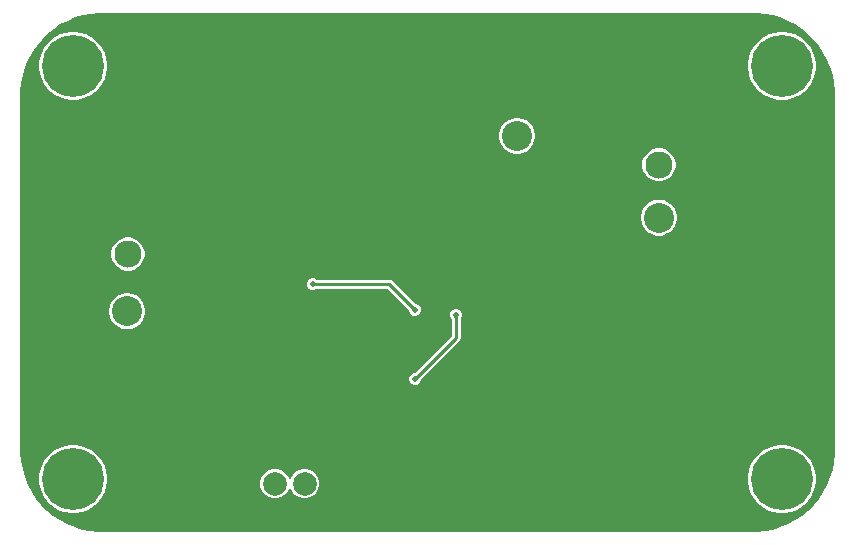
<source format=gbl>
G04*
G04 #@! TF.GenerationSoftware,Altium Limited,Altium Designer,23.5.1 (21)*
G04*
G04 Layer_Physical_Order=4*
G04 Layer_Color=16711680*
%FSLAX25Y25*%
%MOIN*%
G70*
G04*
G04 #@! TF.SameCoordinates,615E306F-8B44-468D-B2DF-EE0A1C7CF722*
G04*
G04*
G04 #@! TF.FilePolarity,Positive*
G04*
G01*
G75*
%ADD13C,0.01000*%
%ADD43C,0.10000*%
%ADD44C,0.09055*%
%ADD45C,0.07874*%
%ADD47C,0.02000*%
%ADD48C,0.05000*%
%ADD56C,0.20669*%
G36*
X247413Y-2039D02*
X250101Y-2304D01*
X252750Y-2831D01*
X255335Y-3615D01*
X257830Y-4648D01*
X260212Y-5922D01*
X262457Y-7422D01*
X264545Y-9136D01*
X266455Y-11045D01*
X268168Y-13133D01*
X269669Y-15379D01*
X270942Y-17761D01*
X271976Y-20256D01*
X272760Y-22840D01*
X273287Y-25489D01*
X273551Y-28177D01*
X273551Y-29528D01*
X273551Y-147638D01*
X273551Y-148988D01*
X273287Y-151676D01*
X272760Y-154325D01*
X271976Y-156910D01*
X270942Y-159405D01*
X269669Y-161787D01*
X268168Y-164032D01*
X266455Y-166120D01*
X264545Y-168030D01*
X262457Y-169743D01*
X260212Y-171244D01*
X257830Y-172517D01*
X255334Y-173550D01*
X252750Y-174334D01*
X250101Y-174861D01*
X247413Y-175126D01*
X246063Y-175126D01*
X29406D01*
X28062Y-175120D01*
X25377Y-174845D01*
X22733Y-174307D01*
X20154Y-173514D01*
X17665Y-172471D01*
X15290Y-171190D01*
X13052Y-169683D01*
X10972Y-167964D01*
X9071Y-166049D01*
X7366Y-163957D01*
X5875Y-161708D01*
X4610Y-159324D01*
X3586Y-156828D01*
X2811Y-154243D01*
X2292Y-151595D01*
X2035Y-148909D01*
X2039Y-147560D01*
X2039Y-147557D01*
X2039Y-147554D01*
X2039Y-29528D01*
X2039Y-28177D01*
X2304Y-25489D01*
X2831Y-22840D01*
X3615Y-20256D01*
X4648Y-17761D01*
X5922Y-15379D01*
X7422Y-13133D01*
X9135Y-11045D01*
X11045Y-9135D01*
X13133Y-7422D01*
X15379Y-5922D01*
X17761Y-4648D01*
X20256Y-3615D01*
X22840Y-2831D01*
X25489Y-2304D01*
X28177Y-2039D01*
X29528D01*
X246063Y-2039D01*
X247413Y-2039D01*
D02*
G37*
%LPC*%
G36*
X256798Y-8350D02*
X255013D01*
X253251Y-8630D01*
X251554Y-9181D01*
X249965Y-9991D01*
X248521Y-11039D01*
X247260Y-12301D01*
X246211Y-13744D01*
X245401Y-15334D01*
X244850Y-17031D01*
X244571Y-18793D01*
Y-20577D01*
X244850Y-22339D01*
X245401Y-24036D01*
X246211Y-25626D01*
X247260Y-27069D01*
X248521Y-28331D01*
X249965Y-29379D01*
X251554Y-30189D01*
X253251Y-30741D01*
X255013Y-31020D01*
X256798D01*
X258560Y-30741D01*
X260257Y-30189D01*
X261846Y-29379D01*
X263289Y-28331D01*
X264551Y-27069D01*
X265600Y-25626D01*
X266410Y-24036D01*
X266961Y-22339D01*
X267240Y-20577D01*
Y-18793D01*
X266961Y-17031D01*
X266410Y-15334D01*
X265600Y-13744D01*
X264551Y-12301D01*
X263289Y-11039D01*
X261846Y-9991D01*
X260257Y-9181D01*
X258560Y-8630D01*
X256798Y-8350D01*
D02*
G37*
G36*
X20577D02*
X18793D01*
X17031Y-8630D01*
X15334Y-9181D01*
X13744Y-9991D01*
X12301Y-11039D01*
X11039Y-12301D01*
X9991Y-13744D01*
X9181Y-15334D01*
X8630Y-17031D01*
X8350Y-18793D01*
Y-20577D01*
X8630Y-22339D01*
X9181Y-24036D01*
X9991Y-25626D01*
X11039Y-27069D01*
X12301Y-28331D01*
X13744Y-29379D01*
X15334Y-30189D01*
X17031Y-30741D01*
X18793Y-31020D01*
X20577D01*
X22339Y-30741D01*
X24036Y-30189D01*
X25626Y-29379D01*
X27069Y-28331D01*
X28331Y-27069D01*
X29379Y-25626D01*
X30189Y-24036D01*
X30741Y-22339D01*
X31020Y-20577D01*
Y-18793D01*
X30741Y-17031D01*
X30189Y-15334D01*
X29379Y-13744D01*
X28331Y-12301D01*
X27069Y-11039D01*
X25626Y-9991D01*
X24036Y-9181D01*
X22339Y-8630D01*
X20577Y-8350D01*
D02*
G37*
G36*
X168191Y-37100D02*
X167009D01*
X165850Y-37331D01*
X164758Y-37783D01*
X163775Y-38440D01*
X162940Y-39275D01*
X162283Y-40258D01*
X161831Y-41350D01*
X161600Y-42509D01*
Y-43691D01*
X161831Y-44850D01*
X162283Y-45942D01*
X162940Y-46925D01*
X163775Y-47760D01*
X164758Y-48417D01*
X165850Y-48869D01*
X167009Y-49100D01*
X168191D01*
X169350Y-48869D01*
X170442Y-48417D01*
X171425Y-47760D01*
X172260Y-46925D01*
X172917Y-45942D01*
X173369Y-44850D01*
X173600Y-43691D01*
Y-42509D01*
X173369Y-41350D01*
X172917Y-40258D01*
X172260Y-39275D01*
X171425Y-38440D01*
X170442Y-37783D01*
X169350Y-37331D01*
X168191Y-37100D01*
D02*
G37*
G36*
X215618Y-47215D02*
X214163D01*
X212757Y-47592D01*
X211496Y-48319D01*
X210467Y-49349D01*
X209740Y-50609D01*
X209363Y-52015D01*
Y-53470D01*
X209740Y-54876D01*
X210467Y-56137D01*
X211496Y-57166D01*
X212757Y-57893D01*
X214163Y-58270D01*
X215618D01*
X217024Y-57893D01*
X218285Y-57166D01*
X219314Y-56137D01*
X220041Y-54876D01*
X220418Y-53470D01*
Y-52015D01*
X220041Y-50609D01*
X219314Y-49349D01*
X218285Y-48319D01*
X217024Y-47592D01*
X215618Y-47215D01*
D02*
G37*
G36*
X215491Y-64300D02*
X214309D01*
X213150Y-64531D01*
X212058Y-64983D01*
X211075Y-65640D01*
X210240Y-66475D01*
X209583Y-67458D01*
X209131Y-68550D01*
X208900Y-69709D01*
Y-70891D01*
X209131Y-72050D01*
X209583Y-73142D01*
X210240Y-74125D01*
X211075Y-74961D01*
X212058Y-75617D01*
X213150Y-76069D01*
X214309Y-76300D01*
X215491D01*
X216650Y-76069D01*
X217742Y-75617D01*
X218725Y-74961D01*
X219561Y-74125D01*
X220217Y-73142D01*
X220669Y-72050D01*
X220900Y-70891D01*
Y-69709D01*
X220669Y-68550D01*
X220217Y-67458D01*
X219561Y-66475D01*
X218725Y-65640D01*
X217742Y-64983D01*
X216650Y-64531D01*
X215491Y-64300D01*
D02*
G37*
G36*
X38614Y-76955D02*
X37159D01*
X35753Y-77332D01*
X34493Y-78060D01*
X33463Y-79089D01*
X32736Y-80349D01*
X32359Y-81755D01*
Y-83210D01*
X32736Y-84616D01*
X33463Y-85877D01*
X34493Y-86906D01*
X35753Y-87634D01*
X37159Y-88010D01*
X38614D01*
X40020Y-87634D01*
X41281Y-86906D01*
X42310Y-85877D01*
X43038Y-84616D01*
X43414Y-83210D01*
Y-81755D01*
X43038Y-80349D01*
X42310Y-79089D01*
X41281Y-78060D01*
X40020Y-77332D01*
X38614Y-76955D01*
D02*
G37*
G36*
X99898Y-90500D02*
X99102D01*
X98367Y-90804D01*
X97804Y-91367D01*
X97500Y-92102D01*
Y-92898D01*
X97804Y-93633D01*
X98367Y-94195D01*
X99102Y-94500D01*
X99898D01*
X100633Y-94195D01*
X100799Y-94029D01*
X124366D01*
X131500Y-101163D01*
Y-101398D01*
X131805Y-102133D01*
X132367Y-102696D01*
X133102Y-103000D01*
X133898D01*
X134633Y-102696D01*
X135196Y-102133D01*
X135500Y-101398D01*
Y-100602D01*
X135196Y-99867D01*
X134633Y-99304D01*
X133898Y-99000D01*
X133663D01*
X126081Y-91419D01*
X125585Y-91087D01*
X125000Y-90971D01*
X100799D01*
X100633Y-90804D01*
X99898Y-90500D01*
D02*
G37*
G36*
X38191Y-95600D02*
X37009D01*
X35850Y-95831D01*
X34758Y-96283D01*
X33775Y-96939D01*
X32939Y-97775D01*
X32283Y-98758D01*
X31831Y-99850D01*
X31600Y-101009D01*
Y-102191D01*
X31831Y-103350D01*
X32283Y-104442D01*
X32939Y-105425D01*
X33775Y-106261D01*
X34758Y-106917D01*
X35850Y-107369D01*
X37009Y-107600D01*
X38191D01*
X39350Y-107369D01*
X40442Y-106917D01*
X41425Y-106261D01*
X42261Y-105425D01*
X42917Y-104442D01*
X43369Y-103350D01*
X43600Y-102191D01*
Y-101009D01*
X43369Y-99850D01*
X42917Y-98758D01*
X42261Y-97775D01*
X41425Y-96939D01*
X40442Y-96283D01*
X39350Y-95831D01*
X38191Y-95600D01*
D02*
G37*
G36*
X147698Y-100700D02*
X146902D01*
X146167Y-101005D01*
X145605Y-101567D01*
X145300Y-102302D01*
Y-103098D01*
X145605Y-103833D01*
X145770Y-103998D01*
X145771Y-104006D01*
Y-109866D01*
X133537Y-122100D01*
X133302D01*
X132567Y-122405D01*
X132004Y-122967D01*
X131700Y-123702D01*
Y-124498D01*
X132004Y-125233D01*
X132567Y-125795D01*
X133302Y-126100D01*
X134098D01*
X134833Y-125795D01*
X135396Y-125233D01*
X135700Y-124498D01*
Y-124264D01*
X135705Y-124258D01*
X148381Y-111581D01*
X148713Y-111085D01*
X148829Y-110500D01*
Y-103999D01*
X148995Y-103833D01*
X149300Y-103098D01*
Y-102302D01*
X148995Y-101567D01*
X148433Y-101005D01*
X147698Y-100700D01*
D02*
G37*
G36*
X97407Y-154063D02*
X96108D01*
X94852Y-154399D01*
X93726Y-155049D01*
X92807Y-155969D01*
X92157Y-157094D01*
X92086Y-157358D01*
X91586D01*
X91515Y-157094D01*
X90865Y-155969D01*
X89946Y-155049D01*
X88821Y-154399D01*
X87565Y-154063D01*
X86265D01*
X85009Y-154399D01*
X83884Y-155049D01*
X82964Y-155969D01*
X82314Y-157094D01*
X81978Y-158350D01*
Y-159650D01*
X82314Y-160906D01*
X82964Y-162031D01*
X83884Y-162951D01*
X85009Y-163601D01*
X86265Y-163937D01*
X87565D01*
X88821Y-163601D01*
X89946Y-162951D01*
X90865Y-162031D01*
X91515Y-160906D01*
X91586Y-160642D01*
X92086D01*
X92157Y-160906D01*
X92807Y-162031D01*
X93726Y-162951D01*
X94852Y-163601D01*
X96108Y-163937D01*
X97407D01*
X98663Y-163601D01*
X99789Y-162951D01*
X100708Y-162031D01*
X101358Y-160906D01*
X101695Y-159650D01*
Y-158350D01*
X101358Y-157094D01*
X100708Y-155969D01*
X99789Y-155049D01*
X98663Y-154399D01*
X97407Y-154063D01*
D02*
G37*
G36*
X256798Y-146146D02*
X255013D01*
X253251Y-146425D01*
X251554Y-146976D01*
X249965Y-147786D01*
X248521Y-148835D01*
X247260Y-150096D01*
X246211Y-151540D01*
X245401Y-153129D01*
X244850Y-154826D01*
X244571Y-156588D01*
Y-158372D01*
X244850Y-160134D01*
X245401Y-161831D01*
X246211Y-163421D01*
X247260Y-164864D01*
X248521Y-166126D01*
X249965Y-167175D01*
X251554Y-167984D01*
X253251Y-168536D01*
X255013Y-168815D01*
X256798D01*
X258560Y-168536D01*
X260257Y-167984D01*
X261846Y-167175D01*
X263289Y-166126D01*
X264551Y-164864D01*
X265600Y-163421D01*
X266410Y-161831D01*
X266961Y-160134D01*
X267240Y-158372D01*
Y-156588D01*
X266961Y-154826D01*
X266410Y-153129D01*
X265600Y-151540D01*
X264551Y-150096D01*
X263289Y-148835D01*
X261846Y-147786D01*
X260257Y-146976D01*
X258560Y-146425D01*
X256798Y-146146D01*
D02*
G37*
G36*
X20577D02*
X18793D01*
X17031Y-146425D01*
X15334Y-146976D01*
X13744Y-147786D01*
X12301Y-148835D01*
X11039Y-150096D01*
X9991Y-151540D01*
X9181Y-153129D01*
X8630Y-154826D01*
X8350Y-156588D01*
Y-158372D01*
X8630Y-160134D01*
X9181Y-161831D01*
X9991Y-163421D01*
X11039Y-164864D01*
X12301Y-166126D01*
X13744Y-167175D01*
X15334Y-167984D01*
X17031Y-168536D01*
X18793Y-168815D01*
X20577D01*
X22339Y-168536D01*
X24036Y-167984D01*
X25626Y-167175D01*
X27069Y-166126D01*
X28331Y-164864D01*
X29379Y-163421D01*
X30189Y-161831D01*
X30741Y-160134D01*
X31020Y-158372D01*
Y-156588D01*
X30741Y-154826D01*
X30189Y-153129D01*
X29379Y-151540D01*
X28331Y-150096D01*
X27069Y-148835D01*
X25626Y-147786D01*
X24036Y-146976D01*
X22339Y-146425D01*
X20577Y-146146D01*
D02*
G37*
%LPD*%
G36*
X147962Y-103457D02*
X147928Y-103507D01*
X147898Y-103564D01*
X147872Y-103629D01*
X147850Y-103700D01*
X147832Y-103779D01*
X147818Y-103865D01*
X147808Y-103958D01*
X147800Y-104166D01*
X146800D01*
X146798Y-104058D01*
X146782Y-103865D01*
X146768Y-103779D01*
X146750Y-103700D01*
X146728Y-103629D01*
X146702Y-103564D01*
X146672Y-103507D01*
X146638Y-103457D01*
X146600Y-103414D01*
X148000D01*
X147962Y-103457D01*
D02*
G37*
G36*
X135090Y-123417D02*
X135015Y-123494D01*
X134890Y-123643D01*
X134839Y-123713D01*
X134796Y-123782D01*
X134761Y-123848D01*
X134734Y-123912D01*
X134715Y-123974D01*
X134703Y-124033D01*
X134700Y-124090D01*
X133710Y-123100D01*
X133767Y-123097D01*
X133826Y-123085D01*
X133888Y-123066D01*
X133952Y-123039D01*
X134018Y-123004D01*
X134087Y-122961D01*
X134157Y-122910D01*
X134230Y-122851D01*
X134383Y-122710D01*
X135090Y-123417D01*
D02*
G37*
D13*
X99500Y-92500D02*
X125000D01*
X133500Y-101000D01*
X133700Y-124100D02*
X147300Y-110500D01*
Y-102700D01*
D43*
X214900Y-70300D02*
D03*
X37600Y-101600D02*
D03*
X36900Y-44200D02*
D03*
X215300Y-11500D02*
D03*
X167600Y-43100D02*
D03*
X139500Y-148000D02*
D03*
D44*
X37887Y-82483D02*
D03*
Y-62798D02*
D03*
X214891Y-52742D02*
D03*
Y-33057D02*
D03*
D45*
X106600Y-159000D02*
D03*
X96758D02*
D03*
X86915D02*
D03*
D47*
X133500Y-101000D02*
D03*
X99500Y-92500D02*
D03*
X123525Y-107975D02*
D03*
X123500Y-116500D02*
D03*
Y-112500D02*
D03*
X129025Y-107975D02*
D03*
X129000Y-112500D02*
D03*
Y-116500D02*
D03*
X147300Y-102700D02*
D03*
X133700Y-124100D02*
D03*
D48*
X108800Y-71700D02*
D03*
X254600Y-100800D02*
D03*
X267100Y-125800D02*
D03*
X242100Y-75800D02*
D03*
X229600Y-100800D02*
D03*
X242100Y-125800D02*
D03*
X229600Y-150800D02*
D03*
X204600Y-100800D02*
D03*
X217100Y-125800D02*
D03*
X204600Y-150800D02*
D03*
X192100Y-75800D02*
D03*
X179600Y-100800D02*
D03*
X192100Y-125800D02*
D03*
X179600Y-150800D02*
D03*
X167100Y-75800D02*
D03*
Y-125800D02*
D03*
X154600Y-150800D02*
D03*
X129600D02*
D03*
X104600Y-50800D02*
D03*
Y-150800D02*
D03*
X92100Y-25800D02*
D03*
X79600Y-50800D02*
D03*
X92100Y-125800D02*
D03*
X79600Y-150800D02*
D03*
X67100Y-25800D02*
D03*
X54600Y-50800D02*
D03*
Y-150800D02*
D03*
X42100Y-25800D02*
D03*
X29600Y-50800D02*
D03*
X42100Y-125800D02*
D03*
X108700Y-78900D02*
D03*
X208900Y-39400D02*
D03*
X221700D02*
D03*
X224000Y-28000D02*
D03*
X206200Y-28700D02*
D03*
X48200Y-70000D02*
D03*
X31000Y-69300D02*
D03*
D56*
X255906Y-19685D02*
D03*
X19685D02*
D03*
Y-157480D02*
D03*
X255906D02*
D03*
M02*

</source>
